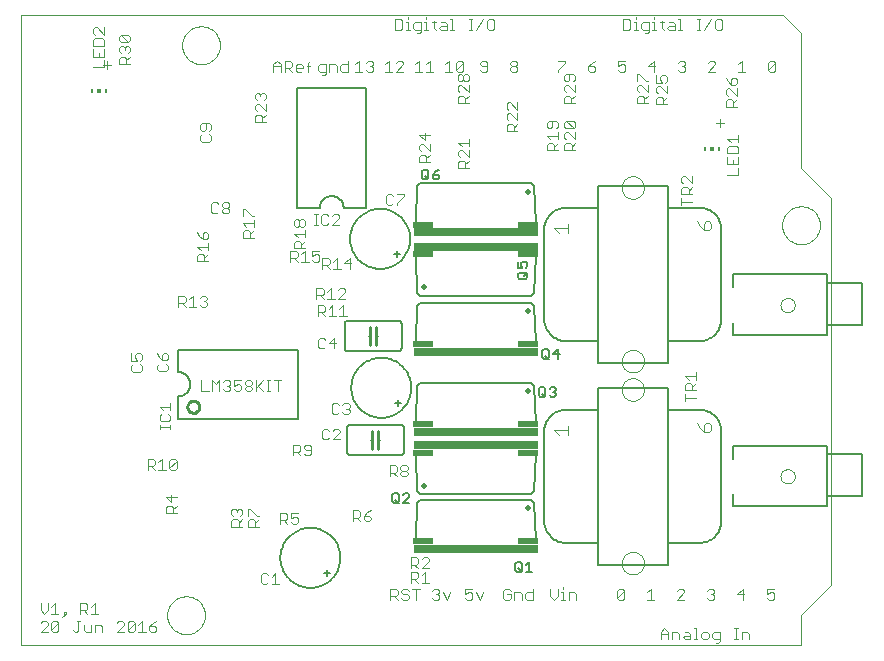
<source format=gto>
G75*
%MOIN*%
%OFA0B0*%
%FSLAX24Y24*%
%IPPOS*%
%LPD*%
%AMOC8*
5,1,8,0,0,1.08239X$1,22.5*
%
%ADD10C,0.0040*%
%ADD11C,0.0060*%
%ADD12C,0.0100*%
%ADD13C,0.0080*%
%ADD14C,0.0200*%
%ADD15R,0.4173X0.0276*%
%ADD16R,0.0669X0.0236*%
%ADD17C,0.0070*%
%ADD18C,0.0030*%
%ADD19C,0.0050*%
%ADD20C,0.0000*%
%ADD21R,0.0059X0.0118*%
%ADD22R,0.0118X0.0118*%
D10*
X003350Y000953D02*
X003586Y001189D01*
X003586Y001248D01*
X003527Y001307D01*
X003409Y001307D01*
X003350Y001248D01*
X003350Y000953D02*
X003586Y000953D01*
X003712Y001012D02*
X003948Y001248D01*
X003948Y001012D01*
X003889Y000953D01*
X003771Y000953D01*
X003712Y001012D01*
X003712Y001248D01*
X003771Y001307D01*
X003889Y001307D01*
X003948Y001248D01*
X004075Y001426D02*
X004193Y001544D01*
X004134Y001544D01*
X004134Y001603D01*
X004193Y001603D01*
X004193Y001544D01*
X003948Y001544D02*
X003712Y001544D01*
X003830Y001544D02*
X003830Y001898D01*
X003712Y001780D01*
X003586Y001662D02*
X003586Y001898D01*
X003350Y001898D02*
X003350Y001662D01*
X003468Y001544D01*
X003586Y001662D01*
X004555Y001307D02*
X004673Y001307D01*
X004614Y001307D02*
X004614Y001012D01*
X004555Y000953D01*
X004496Y000953D01*
X004437Y001012D01*
X004800Y001012D02*
X004800Y001189D01*
X004800Y001012D02*
X004859Y000953D01*
X005036Y000953D01*
X005036Y001189D01*
X005162Y001189D02*
X005339Y001189D01*
X005398Y001130D01*
X005398Y000953D01*
X005162Y000953D02*
X005162Y001189D01*
X005160Y001544D02*
X005160Y001898D01*
X005042Y001780D01*
X004915Y001839D02*
X004915Y001721D01*
X004856Y001662D01*
X004679Y001662D01*
X004797Y001662D02*
X004915Y001544D01*
X005042Y001544D02*
X005278Y001544D01*
X004915Y001839D02*
X004856Y001898D01*
X004679Y001898D01*
X004679Y001544D01*
X005888Y001248D02*
X005947Y001307D01*
X006065Y001307D01*
X006124Y001248D01*
X006124Y001189D01*
X005888Y000953D01*
X006124Y000953D01*
X006250Y001012D02*
X006250Y001248D01*
X006309Y001307D01*
X006427Y001307D01*
X006486Y001248D01*
X006250Y001012D01*
X006309Y000953D01*
X006427Y000953D01*
X006486Y001012D01*
X006486Y001248D01*
X006613Y001189D02*
X006731Y001307D01*
X006731Y000953D01*
X006613Y000953D02*
X006849Y000953D01*
X006975Y001012D02*
X007034Y000953D01*
X007152Y000953D01*
X007211Y001012D01*
X007211Y001071D01*
X007152Y001130D01*
X006975Y001130D01*
X006975Y001012D01*
X006975Y001130D02*
X007093Y001248D01*
X007211Y001307D01*
X010691Y002599D02*
X010750Y002540D01*
X010868Y002540D01*
X010927Y002599D01*
X011053Y002540D02*
X011289Y002540D01*
X011171Y002540D02*
X011171Y002894D01*
X011053Y002776D01*
X010927Y002835D02*
X010868Y002894D01*
X010750Y002894D01*
X010691Y002835D01*
X010691Y002599D01*
X012783Y007361D02*
X012901Y007361D01*
X012960Y007420D01*
X013086Y007361D02*
X013322Y007597D01*
X013322Y007656D01*
X013263Y007715D01*
X013145Y007715D01*
X013086Y007656D01*
X012960Y007656D02*
X012901Y007715D01*
X012783Y007715D01*
X012724Y007656D01*
X012724Y007420D01*
X012783Y007361D01*
X013086Y007361D02*
X013322Y007361D01*
X013230Y008209D02*
X013289Y008268D01*
X013230Y008209D02*
X013112Y008209D01*
X013053Y008268D01*
X013053Y008504D01*
X013112Y008563D01*
X013230Y008563D01*
X013289Y008504D01*
X013415Y008504D02*
X013474Y008563D01*
X013592Y008563D01*
X013651Y008504D01*
X013651Y008445D01*
X013592Y008386D01*
X013651Y008327D01*
X013651Y008268D01*
X013592Y008209D01*
X013474Y008209D01*
X013415Y008268D01*
X013533Y008386D02*
X013592Y008386D01*
X011249Y008971D02*
X011249Y009325D01*
X011131Y009325D02*
X011367Y009325D01*
X011007Y009325D02*
X010889Y009325D01*
X010948Y009325D02*
X010948Y008971D01*
X010889Y008971D02*
X011007Y008971D01*
X010763Y008971D02*
X010586Y009148D01*
X010527Y009089D02*
X010763Y009325D01*
X010527Y009325D02*
X010527Y008971D01*
X010400Y009030D02*
X010341Y008971D01*
X010223Y008971D01*
X010164Y009030D01*
X010164Y009089D01*
X010223Y009148D01*
X010341Y009148D01*
X010400Y009089D01*
X010400Y009030D01*
X010341Y009148D02*
X010400Y009207D01*
X010400Y009266D01*
X010341Y009325D01*
X010223Y009325D01*
X010164Y009266D01*
X010164Y009207D01*
X010223Y009148D01*
X010038Y009148D02*
X009979Y009207D01*
X009920Y009207D01*
X009802Y009148D01*
X009802Y009325D01*
X010038Y009325D01*
X010038Y009148D02*
X010038Y009030D01*
X009979Y008971D01*
X009861Y008971D01*
X009802Y009030D01*
X009675Y009030D02*
X009616Y008971D01*
X009498Y008971D01*
X009439Y009030D01*
X009313Y008971D02*
X009313Y009325D01*
X009195Y009207D01*
X009077Y009325D01*
X009077Y008971D01*
X008950Y008971D02*
X008714Y008971D01*
X008714Y009325D01*
X009439Y009266D02*
X009498Y009325D01*
X009616Y009325D01*
X009675Y009266D01*
X009675Y009207D01*
X009616Y009148D01*
X009675Y009089D01*
X009675Y009030D01*
X009616Y009148D02*
X009557Y009148D01*
X007674Y008561D02*
X007674Y008325D01*
X007674Y008443D02*
X007320Y008443D01*
X007438Y008325D01*
X007379Y008198D02*
X007320Y008139D01*
X007320Y008021D01*
X007379Y007962D01*
X007615Y007962D01*
X007674Y008021D01*
X007674Y008139D01*
X007615Y008198D01*
X007674Y007839D02*
X007674Y007721D01*
X007674Y007780D02*
X007320Y007780D01*
X007320Y007721D02*
X007320Y007839D01*
X012606Y010451D02*
X012665Y010392D01*
X012783Y010392D01*
X012842Y010451D01*
X012968Y010569D02*
X013204Y010569D01*
X013145Y010392D02*
X013145Y010746D01*
X012968Y010569D01*
X012842Y010687D02*
X012783Y010746D01*
X012665Y010746D01*
X012606Y010687D01*
X012606Y010451D01*
X012588Y014522D02*
X012470Y014522D01*
X012529Y014522D02*
X012529Y014876D01*
X012470Y014876D02*
X012588Y014876D01*
X012712Y014817D02*
X012712Y014581D01*
X012771Y014522D01*
X012889Y014522D01*
X012948Y014581D01*
X013074Y014522D02*
X013310Y014758D01*
X013310Y014817D01*
X013251Y014876D01*
X013133Y014876D01*
X013074Y014817D01*
X012948Y014817D02*
X012889Y014876D01*
X012771Y014876D01*
X012712Y014817D01*
X013074Y014522D02*
X013310Y014522D01*
X014864Y015236D02*
X014923Y015177D01*
X015041Y015177D01*
X015100Y015236D01*
X015226Y015236D02*
X015226Y015177D01*
X015226Y015236D02*
X015462Y015472D01*
X015462Y015531D01*
X015226Y015531D01*
X015100Y015472D02*
X015041Y015531D01*
X014923Y015531D01*
X014864Y015472D01*
X014864Y015236D01*
X020473Y014403D02*
X020627Y014249D01*
X020473Y014403D02*
X020934Y014403D01*
X020934Y014556D02*
X020934Y014249D01*
X025241Y014635D02*
X025318Y014482D01*
X025471Y014328D01*
X025471Y014558D01*
X025548Y014635D01*
X025625Y014635D01*
X025702Y014558D01*
X025702Y014405D01*
X025625Y014328D01*
X025471Y014328D01*
X025548Y007903D02*
X025471Y007826D01*
X025471Y007596D01*
X025625Y007596D01*
X025702Y007673D01*
X025702Y007826D01*
X025625Y007903D01*
X025548Y007903D01*
X025318Y007749D02*
X025471Y007596D01*
X025318Y007749D02*
X025241Y007903D01*
X020934Y007824D02*
X020934Y007517D01*
X020934Y007671D02*
X020473Y007671D01*
X020627Y007517D01*
D11*
X015461Y007750D02*
X015461Y006950D01*
X015459Y006933D01*
X015455Y006916D01*
X015448Y006900D01*
X015438Y006886D01*
X015425Y006873D01*
X015411Y006863D01*
X015395Y006856D01*
X015378Y006852D01*
X015361Y006850D01*
X013661Y006850D01*
X013644Y006852D01*
X013627Y006856D01*
X013611Y006863D01*
X013597Y006873D01*
X013584Y006886D01*
X013574Y006900D01*
X013567Y006916D01*
X013563Y006933D01*
X013561Y006950D01*
X013561Y007750D01*
X013563Y007767D01*
X013567Y007784D01*
X013574Y007800D01*
X013584Y007814D01*
X013597Y007827D01*
X013611Y007837D01*
X013627Y007844D01*
X013644Y007848D01*
X013661Y007850D01*
X015361Y007850D01*
X015378Y007848D01*
X015395Y007844D01*
X015411Y007837D01*
X015425Y007827D01*
X015438Y007814D01*
X015448Y007800D01*
X015455Y007784D01*
X015459Y007767D01*
X015461Y007750D01*
X015258Y008483D02*
X015258Y008583D01*
X015158Y008583D01*
X015258Y008583D02*
X015258Y008683D01*
X015258Y008583D02*
X015358Y008583D01*
X013708Y009083D02*
X013710Y009146D01*
X013716Y009208D01*
X013726Y009270D01*
X013739Y009332D01*
X013757Y009392D01*
X013778Y009451D01*
X013803Y009509D01*
X013832Y009565D01*
X013864Y009619D01*
X013899Y009671D01*
X013937Y009720D01*
X013979Y009768D01*
X014023Y009812D01*
X014071Y009854D01*
X014120Y009892D01*
X014172Y009927D01*
X014226Y009959D01*
X014282Y009988D01*
X014340Y010013D01*
X014399Y010034D01*
X014459Y010052D01*
X014521Y010065D01*
X014583Y010075D01*
X014645Y010081D01*
X014708Y010083D01*
X014771Y010081D01*
X014833Y010075D01*
X014895Y010065D01*
X014957Y010052D01*
X015017Y010034D01*
X015076Y010013D01*
X015134Y009988D01*
X015190Y009959D01*
X015244Y009927D01*
X015296Y009892D01*
X015345Y009854D01*
X015393Y009812D01*
X015437Y009768D01*
X015479Y009720D01*
X015517Y009671D01*
X015552Y009619D01*
X015584Y009565D01*
X015613Y009509D01*
X015638Y009451D01*
X015659Y009392D01*
X015677Y009332D01*
X015690Y009270D01*
X015700Y009208D01*
X015706Y009146D01*
X015708Y009083D01*
X015706Y009020D01*
X015700Y008958D01*
X015690Y008896D01*
X015677Y008834D01*
X015659Y008774D01*
X015638Y008715D01*
X015613Y008657D01*
X015584Y008601D01*
X015552Y008547D01*
X015517Y008495D01*
X015479Y008446D01*
X015437Y008398D01*
X015393Y008354D01*
X015345Y008312D01*
X015296Y008274D01*
X015244Y008239D01*
X015190Y008207D01*
X015134Y008178D01*
X015076Y008153D01*
X015017Y008132D01*
X014957Y008114D01*
X014895Y008101D01*
X014833Y008091D01*
X014771Y008085D01*
X014708Y008083D01*
X014645Y008085D01*
X014583Y008091D01*
X014521Y008101D01*
X014459Y008114D01*
X014399Y008132D01*
X014340Y008153D01*
X014282Y008178D01*
X014226Y008207D01*
X014172Y008239D01*
X014120Y008274D01*
X014071Y008312D01*
X014023Y008354D01*
X013979Y008398D01*
X013937Y008446D01*
X013899Y008495D01*
X013864Y008547D01*
X013832Y008601D01*
X013803Y008657D01*
X013778Y008715D01*
X013757Y008774D01*
X013739Y008834D01*
X013726Y008896D01*
X013716Y008958D01*
X013710Y009020D01*
X013708Y009083D01*
X013582Y010315D02*
X015282Y010315D01*
X015299Y010317D01*
X015316Y010321D01*
X015332Y010328D01*
X015346Y010338D01*
X015359Y010351D01*
X015369Y010365D01*
X015376Y010381D01*
X015380Y010398D01*
X015382Y010415D01*
X015382Y011215D01*
X015380Y011232D01*
X015376Y011249D01*
X015369Y011265D01*
X015359Y011279D01*
X015346Y011292D01*
X015332Y011302D01*
X015316Y011309D01*
X015299Y011313D01*
X015282Y011315D01*
X013582Y011315D01*
X013565Y011313D01*
X013548Y011309D01*
X013532Y011302D01*
X013518Y011292D01*
X013505Y011279D01*
X013495Y011265D01*
X013488Y011249D01*
X013484Y011232D01*
X013482Y011215D01*
X013482Y010415D01*
X013484Y010398D01*
X013488Y010381D01*
X013495Y010365D01*
X013505Y010351D01*
X013518Y010338D01*
X013532Y010328D01*
X013548Y010321D01*
X013565Y010317D01*
X013582Y010315D01*
X014282Y010815D02*
X014332Y010815D01*
X014532Y010815D02*
X014582Y010815D01*
X015219Y013443D02*
X015219Y013543D01*
X015119Y013543D01*
X015219Y013543D02*
X015219Y013643D01*
X015219Y013543D02*
X015319Y013543D01*
X013669Y014043D02*
X013671Y014106D01*
X013677Y014168D01*
X013687Y014230D01*
X013700Y014292D01*
X013718Y014352D01*
X013739Y014411D01*
X013764Y014469D01*
X013793Y014525D01*
X013825Y014579D01*
X013860Y014631D01*
X013898Y014680D01*
X013940Y014728D01*
X013984Y014772D01*
X014032Y014814D01*
X014081Y014852D01*
X014133Y014887D01*
X014187Y014919D01*
X014243Y014948D01*
X014301Y014973D01*
X014360Y014994D01*
X014420Y015012D01*
X014482Y015025D01*
X014544Y015035D01*
X014606Y015041D01*
X014669Y015043D01*
X014732Y015041D01*
X014794Y015035D01*
X014856Y015025D01*
X014918Y015012D01*
X014978Y014994D01*
X015037Y014973D01*
X015095Y014948D01*
X015151Y014919D01*
X015205Y014887D01*
X015257Y014852D01*
X015306Y014814D01*
X015354Y014772D01*
X015398Y014728D01*
X015440Y014680D01*
X015478Y014631D01*
X015513Y014579D01*
X015545Y014525D01*
X015574Y014469D01*
X015599Y014411D01*
X015620Y014352D01*
X015638Y014292D01*
X015651Y014230D01*
X015661Y014168D01*
X015667Y014106D01*
X015669Y014043D01*
X015667Y013980D01*
X015661Y013918D01*
X015651Y013856D01*
X015638Y013794D01*
X015620Y013734D01*
X015599Y013675D01*
X015574Y013617D01*
X015545Y013561D01*
X015513Y013507D01*
X015478Y013455D01*
X015440Y013406D01*
X015398Y013358D01*
X015354Y013314D01*
X015306Y013272D01*
X015257Y013234D01*
X015205Y013199D01*
X015151Y013167D01*
X015095Y013138D01*
X015037Y013113D01*
X014978Y013092D01*
X014918Y013074D01*
X014856Y013061D01*
X014794Y013051D01*
X014732Y013045D01*
X014669Y013043D01*
X014606Y013045D01*
X014544Y013051D01*
X014482Y013061D01*
X014420Y013074D01*
X014360Y013092D01*
X014301Y013113D01*
X014243Y013138D01*
X014187Y013167D01*
X014133Y013199D01*
X014081Y013234D01*
X014032Y013272D01*
X013984Y013314D01*
X013940Y013358D01*
X013898Y013406D01*
X013860Y013455D01*
X013825Y013507D01*
X013793Y013561D01*
X013764Y013617D01*
X013739Y013675D01*
X013718Y013734D01*
X013700Y013794D01*
X013687Y013856D01*
X013677Y013918D01*
X013671Y013980D01*
X013669Y014043D01*
X013454Y015075D02*
X014204Y015075D01*
X014204Y019075D01*
X011904Y019075D01*
X011904Y015075D01*
X012654Y015075D01*
X012656Y015114D01*
X012662Y015153D01*
X012671Y015191D01*
X012684Y015228D01*
X012701Y015264D01*
X012721Y015297D01*
X012745Y015329D01*
X012771Y015358D01*
X012800Y015384D01*
X012832Y015408D01*
X012865Y015428D01*
X012901Y015445D01*
X012938Y015458D01*
X012976Y015467D01*
X013015Y015473D01*
X013054Y015475D01*
X013093Y015473D01*
X013132Y015467D01*
X013170Y015458D01*
X013207Y015445D01*
X013243Y015428D01*
X013276Y015408D01*
X013308Y015384D01*
X013337Y015358D01*
X013363Y015329D01*
X013387Y015297D01*
X013407Y015264D01*
X013424Y015228D01*
X013437Y015191D01*
X013446Y015153D01*
X013452Y015114D01*
X013454Y015075D01*
X014361Y007350D02*
X014411Y007350D01*
X014611Y007350D02*
X014661Y007350D01*
X011346Y003413D02*
X011348Y003476D01*
X011354Y003538D01*
X011364Y003600D01*
X011377Y003662D01*
X011395Y003722D01*
X011416Y003781D01*
X011441Y003839D01*
X011470Y003895D01*
X011502Y003949D01*
X011537Y004001D01*
X011575Y004050D01*
X011617Y004098D01*
X011661Y004142D01*
X011709Y004184D01*
X011758Y004222D01*
X011810Y004257D01*
X011864Y004289D01*
X011920Y004318D01*
X011978Y004343D01*
X012037Y004364D01*
X012097Y004382D01*
X012159Y004395D01*
X012221Y004405D01*
X012283Y004411D01*
X012346Y004413D01*
X012409Y004411D01*
X012471Y004405D01*
X012533Y004395D01*
X012595Y004382D01*
X012655Y004364D01*
X012714Y004343D01*
X012772Y004318D01*
X012828Y004289D01*
X012882Y004257D01*
X012934Y004222D01*
X012983Y004184D01*
X013031Y004142D01*
X013075Y004098D01*
X013117Y004050D01*
X013155Y004001D01*
X013190Y003949D01*
X013222Y003895D01*
X013251Y003839D01*
X013276Y003781D01*
X013297Y003722D01*
X013315Y003662D01*
X013328Y003600D01*
X013338Y003538D01*
X013344Y003476D01*
X013346Y003413D01*
X013344Y003350D01*
X013338Y003288D01*
X013328Y003226D01*
X013315Y003164D01*
X013297Y003104D01*
X013276Y003045D01*
X013251Y002987D01*
X013222Y002931D01*
X013190Y002877D01*
X013155Y002825D01*
X013117Y002776D01*
X013075Y002728D01*
X013031Y002684D01*
X012983Y002642D01*
X012934Y002604D01*
X012882Y002569D01*
X012828Y002537D01*
X012772Y002508D01*
X012714Y002483D01*
X012655Y002462D01*
X012595Y002444D01*
X012533Y002431D01*
X012471Y002421D01*
X012409Y002415D01*
X012346Y002413D01*
X012283Y002415D01*
X012221Y002421D01*
X012159Y002431D01*
X012097Y002444D01*
X012037Y002462D01*
X011978Y002483D01*
X011920Y002508D01*
X011864Y002537D01*
X011810Y002569D01*
X011758Y002604D01*
X011709Y002642D01*
X011661Y002684D01*
X011617Y002728D01*
X011575Y002776D01*
X011537Y002825D01*
X011502Y002877D01*
X011470Y002931D01*
X011441Y002987D01*
X011416Y003045D01*
X011395Y003104D01*
X011377Y003164D01*
X011364Y003226D01*
X011354Y003288D01*
X011348Y003350D01*
X011346Y003413D01*
X012796Y002913D02*
X012896Y002913D01*
X012896Y002813D01*
X012896Y002913D02*
X012896Y003013D01*
X012896Y002913D02*
X012996Y002913D01*
D12*
X014411Y007050D02*
X014411Y007350D01*
X014411Y007650D01*
X014611Y007650D02*
X014611Y007350D01*
X014611Y007050D01*
X014532Y010515D02*
X014532Y010815D01*
X014532Y011115D01*
X014332Y011115D02*
X014332Y010815D01*
X014332Y010515D01*
X008244Y008451D02*
X008246Y008479D01*
X008252Y008506D01*
X008261Y008532D01*
X008274Y008557D01*
X008291Y008580D01*
X008310Y008600D01*
X008332Y008617D01*
X008356Y008631D01*
X008382Y008641D01*
X008409Y008648D01*
X008437Y008651D01*
X008465Y008650D01*
X008492Y008645D01*
X008519Y008636D01*
X008544Y008624D01*
X008567Y008609D01*
X008588Y008590D01*
X008606Y008569D01*
X008621Y008545D01*
X008632Y008519D01*
X008640Y008493D01*
X008644Y008465D01*
X008644Y008437D01*
X008640Y008409D01*
X008632Y008383D01*
X008621Y008357D01*
X008606Y008333D01*
X008588Y008312D01*
X008567Y008293D01*
X008544Y008278D01*
X008519Y008266D01*
X008492Y008257D01*
X008465Y008252D01*
X008437Y008251D01*
X008409Y008254D01*
X008382Y008261D01*
X008356Y008271D01*
X008332Y008285D01*
X008310Y008302D01*
X008291Y008322D01*
X008274Y008345D01*
X008261Y008370D01*
X008252Y008396D01*
X008246Y008423D01*
X008244Y008451D01*
D13*
X007944Y008801D02*
X007944Y008051D01*
X011944Y008051D01*
X011944Y010351D01*
X007944Y010351D01*
X007944Y009601D01*
X007983Y009599D01*
X008022Y009593D01*
X008060Y009584D01*
X008097Y009571D01*
X008133Y009554D01*
X008166Y009534D01*
X008198Y009510D01*
X008227Y009484D01*
X008253Y009455D01*
X008277Y009423D01*
X008297Y009390D01*
X008314Y009354D01*
X008327Y009317D01*
X008336Y009279D01*
X008342Y009240D01*
X008344Y009201D01*
X008342Y009162D01*
X008336Y009123D01*
X008327Y009085D01*
X008314Y009048D01*
X008297Y009012D01*
X008277Y008979D01*
X008253Y008947D01*
X008227Y008918D01*
X008198Y008892D01*
X008166Y008868D01*
X008133Y008848D01*
X008097Y008831D01*
X008060Y008818D01*
X008022Y008809D01*
X007983Y008803D01*
X007944Y008801D01*
X015857Y007919D02*
X015907Y009147D01*
X016007Y009247D01*
X019707Y009247D01*
X019807Y009147D01*
X019857Y007919D01*
X019857Y006861D02*
X019807Y005632D01*
X019707Y005532D01*
X016007Y005532D01*
X015907Y005632D01*
X015857Y006861D01*
X016007Y005350D02*
X019707Y005350D01*
X019807Y005250D01*
X019857Y004021D01*
X015857Y004021D02*
X015907Y005250D01*
X016007Y005350D01*
X015857Y010596D02*
X015907Y011824D01*
X016007Y011924D01*
X019707Y011924D01*
X019807Y011824D01*
X019857Y010596D01*
X019707Y012146D02*
X016007Y012146D01*
X015907Y012246D01*
X015857Y013475D01*
X015857Y014572D02*
X015907Y015801D01*
X016007Y015901D01*
X019707Y015901D01*
X019807Y015801D01*
X019857Y014572D01*
X019857Y013475D02*
X019807Y012246D01*
X019707Y012146D01*
D14*
X019588Y011645D03*
X016127Y012426D03*
X019588Y015621D03*
X019588Y008968D03*
X016127Y005812D03*
X019588Y005070D03*
D15*
X017857Y003709D03*
X017857Y007173D03*
X017857Y007606D03*
X017857Y010283D03*
X017857Y013787D03*
X017857Y014260D03*
D16*
X016106Y014516D03*
X016106Y013531D03*
X019609Y013531D03*
X019609Y014516D03*
X019609Y010539D03*
X016106Y010539D03*
X016106Y007862D03*
X016106Y006917D03*
X019609Y006917D03*
X019609Y007862D03*
X019609Y003965D03*
X016106Y003965D03*
D17*
X015644Y005242D02*
X015428Y005242D01*
X015644Y005458D01*
X015644Y005512D01*
X015590Y005566D01*
X015482Y005566D01*
X015428Y005512D01*
X015282Y005512D02*
X015282Y005296D01*
X015228Y005242D01*
X015120Y005242D01*
X015066Y005296D01*
X015066Y005512D01*
X015120Y005566D01*
X015228Y005566D01*
X015282Y005512D01*
X015174Y005350D02*
X015282Y005242D01*
X019167Y003224D02*
X019167Y003008D01*
X019221Y002954D01*
X019329Y002954D01*
X019383Y003008D01*
X019383Y003224D01*
X019329Y003278D01*
X019221Y003278D01*
X019167Y003224D01*
X019275Y003062D02*
X019383Y002954D01*
X019530Y002954D02*
X019746Y002954D01*
X019638Y002954D02*
X019638Y003278D01*
X019530Y003170D01*
X020009Y008781D02*
X019955Y008835D01*
X019955Y009051D01*
X020009Y009105D01*
X020117Y009105D01*
X020171Y009051D01*
X020171Y008835D01*
X020117Y008781D01*
X020009Y008781D01*
X020063Y008889D02*
X020171Y008781D01*
X020317Y008835D02*
X020371Y008781D01*
X020479Y008781D01*
X020533Y008835D01*
X020533Y008889D01*
X020479Y008943D01*
X020425Y008943D01*
X020479Y008943D02*
X020533Y008997D01*
X020533Y009051D01*
X020479Y009105D01*
X020371Y009105D01*
X020317Y009051D01*
X020289Y010041D02*
X020181Y010149D01*
X020289Y010095D02*
X020235Y010041D01*
X020127Y010041D01*
X020073Y010095D01*
X020073Y010311D01*
X020127Y010365D01*
X020235Y010365D01*
X020289Y010311D01*
X020289Y010095D01*
X020435Y010203D02*
X020597Y010365D01*
X020597Y010041D01*
X020651Y010203D02*
X020435Y010203D01*
X019519Y012708D02*
X019303Y012708D01*
X019249Y012762D01*
X019249Y012870D01*
X019303Y012924D01*
X019519Y012924D01*
X019573Y012870D01*
X019573Y012762D01*
X019519Y012708D01*
X019465Y012816D02*
X019573Y012924D01*
X019519Y013071D02*
X019573Y013125D01*
X019573Y013233D01*
X019519Y013287D01*
X019411Y013287D01*
X019357Y013233D01*
X019357Y013179D01*
X019411Y013071D01*
X019249Y013071D01*
X019249Y013287D01*
X016582Y016025D02*
X016636Y016079D01*
X016636Y016133D01*
X016582Y016187D01*
X016420Y016187D01*
X016420Y016079D01*
X016474Y016025D01*
X016582Y016025D01*
X016420Y016187D02*
X016528Y016295D01*
X016636Y016349D01*
X016273Y016295D02*
X016273Y016079D01*
X016219Y016025D01*
X016111Y016025D01*
X016057Y016079D01*
X016057Y016295D01*
X016111Y016349D01*
X016219Y016349D01*
X016273Y016295D01*
X016165Y016133D02*
X016273Y016025D01*
D18*
X016213Y016607D02*
X016213Y016789D01*
X016153Y016849D01*
X016031Y016849D01*
X015971Y016789D01*
X015971Y016607D01*
X016335Y016607D01*
X016213Y016728D02*
X016335Y016849D01*
X016335Y016969D02*
X016092Y017212D01*
X016031Y017212D01*
X015971Y017151D01*
X015971Y017030D01*
X016031Y016969D01*
X016335Y016969D02*
X016335Y017212D01*
X016153Y017332D02*
X016153Y017574D01*
X016335Y017514D02*
X015971Y017514D01*
X016153Y017332D01*
X017270Y017256D02*
X017634Y017256D01*
X017634Y017135D02*
X017634Y017377D01*
X017391Y017135D02*
X017270Y017256D01*
X017330Y017015D02*
X017270Y016954D01*
X017270Y016833D01*
X017330Y016772D01*
X017330Y016652D02*
X017452Y016652D01*
X017512Y016592D01*
X017512Y016410D01*
X017512Y016531D02*
X017634Y016652D01*
X017634Y016772D02*
X017391Y017015D01*
X017330Y017015D01*
X017634Y017015D02*
X017634Y016772D01*
X017330Y016652D02*
X017270Y016592D01*
X017270Y016410D01*
X017634Y016410D01*
X018884Y017630D02*
X018884Y017812D01*
X018945Y017873D01*
X019066Y017873D01*
X019127Y017812D01*
X019127Y017630D01*
X019248Y017630D02*
X018884Y017630D01*
X019127Y017752D02*
X019248Y017873D01*
X019248Y017993D02*
X019005Y018235D01*
X018945Y018235D01*
X018884Y018175D01*
X018884Y018053D01*
X018945Y017993D01*
X019248Y017993D02*
X019248Y018235D01*
X019248Y018355D02*
X019005Y018598D01*
X018945Y018598D01*
X018884Y018537D01*
X018884Y018416D01*
X018945Y018355D01*
X019248Y018355D02*
X019248Y018598D01*
X020223Y017907D02*
X020223Y017786D01*
X020283Y017725D01*
X020344Y017725D01*
X020405Y017786D01*
X020405Y017968D01*
X020526Y017968D02*
X020283Y017968D01*
X020223Y017907D01*
X020526Y017968D02*
X020587Y017907D01*
X020587Y017786D01*
X020526Y017725D01*
X020587Y017605D02*
X020587Y017363D01*
X020587Y017243D02*
X020465Y017122D01*
X020465Y017182D02*
X020465Y017000D01*
X020587Y017000D02*
X020223Y017000D01*
X020223Y017182D01*
X020283Y017243D01*
X020405Y017243D01*
X020465Y017182D01*
X020344Y017363D02*
X020223Y017484D01*
X020587Y017484D01*
X020813Y017423D02*
X020874Y017363D01*
X020813Y017423D02*
X020813Y017545D01*
X020874Y017605D01*
X020934Y017605D01*
X021177Y017363D01*
X021177Y017605D01*
X021116Y017725D02*
X020874Y017725D01*
X020813Y017786D01*
X020813Y017907D01*
X020874Y017968D01*
X021116Y017725D01*
X021177Y017786D01*
X021177Y017907D01*
X021116Y017968D01*
X020874Y017968D01*
X020797Y018572D02*
X020797Y018754D01*
X020858Y018815D01*
X020979Y018815D01*
X021040Y018754D01*
X021040Y018572D01*
X021161Y018572D02*
X020797Y018572D01*
X021040Y018693D02*
X021161Y018815D01*
X021161Y018935D02*
X020919Y019177D01*
X020858Y019177D01*
X020797Y019117D01*
X020797Y018995D01*
X020858Y018935D01*
X021161Y018935D02*
X021161Y019177D01*
X021101Y019297D02*
X021161Y019358D01*
X021161Y019479D01*
X021101Y019540D01*
X020858Y019540D01*
X020797Y019479D01*
X020797Y019358D01*
X020858Y019297D01*
X020919Y019297D01*
X020979Y019358D01*
X020979Y019540D01*
X020597Y019615D02*
X020597Y019677D01*
X020844Y019924D01*
X020844Y019985D01*
X020597Y019985D01*
X021597Y019800D02*
X021782Y019800D01*
X021844Y019738D01*
X021844Y019677D01*
X021782Y019615D01*
X021658Y019615D01*
X021597Y019677D01*
X021597Y019800D01*
X021720Y019924D01*
X021844Y019985D01*
X022597Y019985D02*
X022597Y019800D01*
X022720Y019862D01*
X022782Y019862D01*
X022844Y019800D01*
X022844Y019677D01*
X022782Y019615D01*
X022658Y019615D01*
X022597Y019677D01*
X022597Y019985D02*
X022844Y019985D01*
X023238Y019540D02*
X023299Y019540D01*
X023542Y019297D01*
X023602Y019297D01*
X023602Y019177D02*
X023602Y018935D01*
X023360Y019177D01*
X023299Y019177D01*
X023238Y019117D01*
X023238Y018995D01*
X023299Y018935D01*
X023299Y018815D02*
X023420Y018815D01*
X023481Y018754D01*
X023481Y018572D01*
X023602Y018572D02*
X023238Y018572D01*
X023238Y018754D01*
X023299Y018815D01*
X023481Y018693D02*
X023602Y018815D01*
X023868Y018715D02*
X023929Y018775D01*
X024050Y018775D01*
X024111Y018715D01*
X024111Y018533D01*
X024111Y018654D02*
X024232Y018775D01*
X024232Y018895D02*
X023990Y019138D01*
X023929Y019138D01*
X023868Y019077D01*
X023868Y018956D01*
X023929Y018895D01*
X023868Y018715D02*
X023868Y018533D01*
X024232Y018533D01*
X024232Y018895D02*
X024232Y019138D01*
X024172Y019258D02*
X024232Y019318D01*
X024232Y019440D01*
X024172Y019500D01*
X024050Y019500D01*
X023990Y019440D01*
X023990Y019379D01*
X024050Y019258D01*
X023868Y019258D01*
X023868Y019500D01*
X023782Y019615D02*
X023782Y019985D01*
X023597Y019800D01*
X023844Y019800D01*
X023238Y019540D02*
X023238Y019297D01*
X024597Y019677D02*
X024658Y019615D01*
X024782Y019615D01*
X024844Y019677D01*
X024844Y019738D01*
X024782Y019800D01*
X024720Y019800D01*
X024782Y019800D02*
X024844Y019862D01*
X024844Y019924D01*
X024782Y019985D01*
X024658Y019985D01*
X024597Y019924D01*
X025597Y019924D02*
X025658Y019985D01*
X025782Y019985D01*
X025844Y019924D01*
X025844Y019862D01*
X025597Y019615D01*
X025844Y019615D01*
X026191Y019422D02*
X026252Y019300D01*
X026373Y019179D01*
X026373Y019361D01*
X026434Y019422D01*
X026494Y019422D01*
X026555Y019361D01*
X026555Y019240D01*
X026494Y019179D01*
X026373Y019179D01*
X026312Y019059D02*
X026252Y019059D01*
X026191Y018998D01*
X026191Y018877D01*
X026252Y018816D01*
X026252Y018697D02*
X026191Y018636D01*
X026191Y018454D01*
X026555Y018454D01*
X026434Y018454D02*
X026434Y018636D01*
X026373Y018697D01*
X026252Y018697D01*
X026434Y018575D02*
X026555Y018697D01*
X026555Y018816D02*
X026312Y019059D01*
X026555Y019059D02*
X026555Y018816D01*
X026597Y019615D02*
X026844Y019615D01*
X026720Y019615D02*
X026720Y019985D01*
X026597Y019862D01*
X027597Y019924D02*
X027597Y019677D01*
X027844Y019924D01*
X027844Y019677D01*
X027782Y019615D01*
X027658Y019615D01*
X027597Y019677D01*
X027597Y019924D02*
X027658Y019985D01*
X027782Y019985D01*
X027844Y019924D01*
X026081Y021077D02*
X026081Y021324D01*
X026019Y021385D01*
X025896Y021385D01*
X025834Y021324D01*
X025834Y021077D01*
X025896Y021015D01*
X026019Y021015D01*
X026081Y021077D01*
X025713Y021385D02*
X025466Y021015D01*
X025344Y021015D02*
X025220Y021015D01*
X025282Y021015D02*
X025282Y021385D01*
X025220Y021385D02*
X025344Y021385D01*
X024730Y021015D02*
X024607Y021015D01*
X024668Y021015D02*
X024668Y021385D01*
X024607Y021385D01*
X024423Y021262D02*
X024485Y021200D01*
X024485Y021015D01*
X024300Y021015D01*
X024238Y021077D01*
X024300Y021138D01*
X024485Y021138D01*
X024423Y021262D02*
X024300Y021262D01*
X024116Y021262D02*
X023993Y021262D01*
X024054Y021324D02*
X024054Y021077D01*
X024116Y021015D01*
X023871Y021015D02*
X023747Y021015D01*
X023809Y021015D02*
X023809Y021262D01*
X023747Y021262D01*
X023626Y021262D02*
X023441Y021262D01*
X023379Y021200D01*
X023379Y021077D01*
X023441Y021015D01*
X023626Y021015D01*
X023626Y020953D02*
X023626Y021262D01*
X023809Y021385D02*
X023809Y021447D01*
X023626Y020953D02*
X023564Y020892D01*
X023502Y020892D01*
X023257Y021015D02*
X023133Y021015D01*
X023195Y021015D02*
X023195Y021262D01*
X023133Y021262D01*
X023012Y021324D02*
X022950Y021385D01*
X022765Y021385D01*
X022765Y021015D01*
X022950Y021015D01*
X023012Y021077D01*
X023012Y021324D01*
X023195Y021385D02*
X023195Y021447D01*
X019244Y019924D02*
X019244Y019862D01*
X019182Y019800D01*
X019058Y019800D01*
X018997Y019862D01*
X018997Y019924D01*
X019058Y019985D01*
X019182Y019985D01*
X019244Y019924D01*
X019182Y019800D02*
X019244Y019738D01*
X019244Y019677D01*
X019182Y019615D01*
X019058Y019615D01*
X018997Y019677D01*
X018997Y019738D01*
X019058Y019800D01*
X018244Y019800D02*
X018058Y019800D01*
X017997Y019862D01*
X017997Y019924D01*
X018058Y019985D01*
X018182Y019985D01*
X018244Y019924D01*
X018244Y019677D01*
X018182Y019615D01*
X018058Y019615D01*
X017997Y019677D01*
X017618Y019479D02*
X017618Y019358D01*
X017557Y019297D01*
X017497Y019297D01*
X017436Y019358D01*
X017436Y019479D01*
X017497Y019540D01*
X017557Y019540D01*
X017618Y019479D01*
X017436Y019479D02*
X017375Y019540D01*
X017315Y019540D01*
X017254Y019479D01*
X017254Y019358D01*
X017315Y019297D01*
X017375Y019297D01*
X017436Y019358D01*
X017375Y019177D02*
X017315Y019177D01*
X017254Y019117D01*
X017254Y018995D01*
X017315Y018935D01*
X017315Y018815D02*
X017436Y018815D01*
X017497Y018754D01*
X017497Y018572D01*
X017618Y018572D02*
X017254Y018572D01*
X017254Y018754D01*
X017315Y018815D01*
X017497Y018693D02*
X017618Y018815D01*
X017618Y018935D02*
X017375Y019177D01*
X017618Y019177D02*
X017618Y018935D01*
X017382Y019615D02*
X017258Y019615D01*
X017197Y019677D01*
X017444Y019924D01*
X017444Y019677D01*
X017382Y019615D01*
X017197Y019677D02*
X017197Y019924D01*
X017258Y019985D01*
X017382Y019985D01*
X017444Y019924D01*
X017075Y019615D02*
X016828Y019615D01*
X016952Y019615D02*
X016952Y019985D01*
X016828Y019862D01*
X016444Y019615D02*
X016197Y019615D01*
X016075Y019615D02*
X015828Y019615D01*
X015952Y019615D02*
X015952Y019985D01*
X015828Y019862D01*
X016197Y019862D02*
X016320Y019985D01*
X016320Y019615D01*
X015444Y019615D02*
X015197Y019615D01*
X015444Y019862D01*
X015444Y019924D01*
X015382Y019985D01*
X015258Y019985D01*
X015197Y019924D01*
X014952Y019985D02*
X014952Y019615D01*
X015075Y019615D02*
X014828Y019615D01*
X014828Y019862D02*
X014952Y019985D01*
X014444Y019924D02*
X014444Y019862D01*
X014382Y019800D01*
X014444Y019738D01*
X014444Y019677D01*
X014382Y019615D01*
X014258Y019615D01*
X014197Y019677D01*
X014075Y019615D02*
X013828Y019615D01*
X013952Y019615D02*
X013952Y019985D01*
X013828Y019862D01*
X013594Y019862D02*
X013408Y019862D01*
X013347Y019800D01*
X013347Y019677D01*
X013408Y019615D01*
X013594Y019615D01*
X013594Y019985D01*
X013225Y019800D02*
X013225Y019615D01*
X013225Y019800D02*
X013164Y019862D01*
X012978Y019862D01*
X012978Y019615D01*
X012857Y019615D02*
X012672Y019615D01*
X012610Y019677D01*
X012610Y019800D01*
X012672Y019862D01*
X012857Y019862D01*
X012857Y019553D01*
X012795Y019492D01*
X012733Y019492D01*
X012343Y019800D02*
X012219Y019800D01*
X012098Y019800D02*
X012098Y019738D01*
X011851Y019738D01*
X011851Y019677D02*
X011851Y019800D01*
X011913Y019862D01*
X012036Y019862D01*
X012098Y019800D01*
X012036Y019615D02*
X011913Y019615D01*
X011851Y019677D01*
X011730Y019615D02*
X011606Y019738D01*
X011668Y019738D02*
X011483Y019738D01*
X011483Y019615D02*
X011483Y019985D01*
X011668Y019985D01*
X011730Y019924D01*
X011730Y019800D01*
X011668Y019738D01*
X011361Y019800D02*
X011115Y019800D01*
X011115Y019862D02*
X011115Y019615D01*
X011361Y019615D02*
X011361Y019862D01*
X011238Y019985D01*
X011115Y019862D01*
X012281Y019924D02*
X012281Y019615D01*
X012281Y019924D02*
X012343Y019985D01*
X010862Y018852D02*
X010862Y018731D01*
X010801Y018670D01*
X010862Y018550D02*
X010862Y018308D01*
X010619Y018550D01*
X010559Y018550D01*
X010498Y018490D01*
X010498Y018368D01*
X010559Y018308D01*
X010559Y018188D02*
X010680Y018188D01*
X010741Y018127D01*
X010741Y017945D01*
X010862Y017945D02*
X010498Y017945D01*
X010498Y018127D01*
X010559Y018188D01*
X010741Y018067D02*
X010862Y018188D01*
X010559Y018670D02*
X010498Y018731D01*
X010498Y018852D01*
X010559Y018913D01*
X010619Y018913D01*
X010680Y018852D01*
X010741Y018913D01*
X010801Y018913D01*
X010862Y018852D01*
X010680Y018852D02*
X010680Y018792D01*
X009033Y017831D02*
X008973Y017892D01*
X008730Y017892D01*
X008669Y017831D01*
X008669Y017710D01*
X008730Y017649D01*
X008791Y017649D01*
X008851Y017710D01*
X008851Y017892D01*
X009033Y017831D02*
X009033Y017710D01*
X008973Y017649D01*
X008973Y017529D02*
X009033Y017469D01*
X009033Y017347D01*
X008973Y017287D01*
X008730Y017287D01*
X008669Y017347D01*
X008669Y017469D01*
X008730Y017529D01*
X005692Y019843D02*
X005445Y019843D01*
X005468Y019762D02*
X005468Y020004D01*
X005569Y019967D02*
X005569Y019720D01*
X005468Y019762D02*
X005104Y019762D01*
X005104Y020124D02*
X005468Y020124D01*
X005468Y020367D01*
X005468Y020487D02*
X005468Y020669D01*
X005408Y020729D01*
X005165Y020729D01*
X005104Y020669D01*
X005104Y020487D01*
X005468Y020487D01*
X005286Y020246D02*
X005286Y020124D01*
X005104Y020124D02*
X005104Y020367D01*
X005165Y020849D02*
X005104Y020910D01*
X005104Y021031D01*
X005165Y021092D01*
X005226Y021092D01*
X005468Y020849D01*
X005468Y021092D01*
X005971Y020781D02*
X005971Y020660D01*
X006031Y020599D01*
X006274Y020599D01*
X006031Y020842D01*
X006274Y020842D01*
X006335Y020781D01*
X006335Y020660D01*
X006274Y020599D01*
X006274Y020479D02*
X006335Y020419D01*
X006335Y020297D01*
X006274Y020237D01*
X006335Y020117D02*
X006213Y019996D01*
X006213Y020056D02*
X006213Y019874D01*
X006335Y019874D02*
X005971Y019874D01*
X005971Y020056D01*
X006031Y020117D01*
X006153Y020117D01*
X006213Y020056D01*
X006031Y020237D02*
X005971Y020297D01*
X005971Y020419D01*
X006031Y020479D01*
X006092Y020479D01*
X006153Y020419D01*
X006213Y020479D01*
X006274Y020479D01*
X006153Y020419D02*
X006153Y020358D01*
X005971Y020781D02*
X006031Y020842D01*
X009098Y015259D02*
X009037Y015198D01*
X009037Y014956D01*
X009098Y014895D01*
X009219Y014895D01*
X009280Y014956D01*
X009400Y014956D02*
X009400Y015016D01*
X009460Y015077D01*
X009582Y015077D01*
X009642Y015016D01*
X009642Y014956D01*
X009582Y014895D01*
X009460Y014895D01*
X009400Y014956D01*
X009460Y015077D02*
X009400Y015138D01*
X009400Y015198D01*
X009460Y015259D01*
X009582Y015259D01*
X009642Y015198D01*
X009642Y015138D01*
X009582Y015077D01*
X009280Y015198D02*
X009219Y015259D01*
X009098Y015259D01*
X010089Y015052D02*
X010089Y014809D01*
X010089Y014568D02*
X010453Y014568D01*
X010453Y014689D02*
X010453Y014446D01*
X010453Y014327D02*
X010331Y014205D01*
X010331Y014266D02*
X010331Y014084D01*
X010453Y014084D02*
X010089Y014084D01*
X010089Y014266D01*
X010149Y014327D01*
X010271Y014327D01*
X010331Y014266D01*
X010210Y014446D02*
X010089Y014568D01*
X010392Y014809D02*
X010453Y014809D01*
X010392Y014809D02*
X010149Y015052D01*
X010089Y015052D01*
X008933Y014207D02*
X008933Y014085D01*
X008872Y014025D01*
X008751Y014025D01*
X008751Y014207D01*
X008812Y014267D01*
X008872Y014267D01*
X008933Y014207D01*
X008751Y014025D02*
X008630Y014146D01*
X008569Y014267D01*
X008569Y013783D02*
X008933Y013783D01*
X008933Y013662D02*
X008933Y013905D01*
X008690Y013662D02*
X008569Y013783D01*
X008630Y013542D02*
X008751Y013542D01*
X008812Y013482D01*
X008812Y013300D01*
X008812Y013421D02*
X008933Y013542D01*
X008630Y013542D02*
X008569Y013482D01*
X008569Y013300D01*
X008933Y013300D01*
X008847Y012151D02*
X008908Y012090D01*
X008908Y012029D01*
X008847Y011969D01*
X008908Y011908D01*
X008908Y011847D01*
X008847Y011787D01*
X008726Y011787D01*
X008665Y011847D01*
X008546Y011787D02*
X008303Y011787D01*
X008183Y011787D02*
X008062Y011908D01*
X008122Y011908D02*
X007940Y011908D01*
X007940Y011787D02*
X007940Y012151D01*
X008122Y012151D01*
X008183Y012090D01*
X008183Y011969D01*
X008122Y011908D01*
X008303Y012029D02*
X008424Y012151D01*
X008424Y011787D01*
X008665Y012090D02*
X008726Y012151D01*
X008847Y012151D01*
X008847Y011969D02*
X008787Y011969D01*
X007536Y010238D02*
X007475Y010238D01*
X007414Y010177D01*
X007414Y009995D01*
X007536Y009995D01*
X007596Y010056D01*
X007596Y010177D01*
X007536Y010238D01*
X007293Y010116D02*
X007414Y009995D01*
X007293Y009875D02*
X007232Y009814D01*
X007232Y009693D01*
X007293Y009632D01*
X007536Y009632D01*
X007596Y009693D01*
X007596Y009814D01*
X007536Y009875D01*
X007293Y010116D02*
X007232Y010238D01*
X006737Y010174D02*
X006737Y010051D01*
X006675Y009989D01*
X006675Y009868D02*
X006737Y009806D01*
X006737Y009683D01*
X006675Y009621D01*
X006428Y009621D01*
X006366Y009683D01*
X006366Y009806D01*
X006428Y009868D01*
X006366Y009989D02*
X006551Y009989D01*
X006490Y010113D01*
X006490Y010174D01*
X006551Y010236D01*
X006675Y010236D01*
X006737Y010174D01*
X006366Y010236D02*
X006366Y009989D01*
X006917Y006718D02*
X007099Y006718D01*
X007160Y006657D01*
X007160Y006536D01*
X007099Y006475D01*
X006917Y006475D01*
X007038Y006475D02*
X007160Y006354D01*
X007279Y006354D02*
X007522Y006354D01*
X007401Y006354D02*
X007401Y006718D01*
X007279Y006596D01*
X007642Y006657D02*
X007642Y006414D01*
X007885Y006657D01*
X007885Y006414D01*
X007824Y006354D01*
X007703Y006354D01*
X007642Y006414D01*
X007642Y006657D02*
X007703Y006718D01*
X007824Y006718D01*
X007885Y006657D01*
X006917Y006718D02*
X006917Y006354D01*
X007712Y005516D02*
X007712Y005273D01*
X007530Y005455D01*
X007894Y005455D01*
X007894Y005153D02*
X007772Y005032D01*
X007772Y005093D02*
X007772Y004911D01*
X007894Y004911D02*
X007530Y004911D01*
X007530Y005093D01*
X007590Y005153D01*
X007712Y005153D01*
X007772Y005093D01*
X009711Y004994D02*
X009771Y005055D01*
X009832Y005055D01*
X009893Y004994D01*
X009953Y005055D01*
X010014Y005055D01*
X010075Y004994D01*
X010075Y004873D01*
X010014Y004812D01*
X010075Y004692D02*
X009953Y004571D01*
X009953Y004631D02*
X009953Y004449D01*
X010075Y004449D02*
X009711Y004449D01*
X009711Y004631D01*
X009771Y004692D01*
X009893Y004692D01*
X009953Y004631D01*
X009771Y004812D02*
X009711Y004873D01*
X009711Y004994D01*
X009893Y004994D02*
X009893Y004933D01*
X010262Y004812D02*
X010262Y005055D01*
X010323Y005055D01*
X010565Y004812D01*
X010626Y004812D01*
X010626Y004692D02*
X010505Y004571D01*
X010505Y004631D02*
X010505Y004449D01*
X010626Y004449D02*
X010262Y004449D01*
X010262Y004631D01*
X010323Y004692D01*
X010444Y004692D01*
X010505Y004631D01*
X011334Y004664D02*
X011516Y004664D01*
X011577Y004725D01*
X011577Y004846D01*
X011516Y004907D01*
X011334Y004907D01*
X011334Y004543D01*
X011456Y004664D02*
X011577Y004543D01*
X011697Y004603D02*
X011758Y004543D01*
X011879Y004543D01*
X011940Y004603D01*
X011940Y004725D01*
X011879Y004785D01*
X011818Y004785D01*
X011697Y004725D01*
X011697Y004907D01*
X011940Y004907D01*
X013764Y005001D02*
X013764Y004637D01*
X013764Y004758D02*
X013946Y004758D01*
X014007Y004819D01*
X014007Y004940D01*
X013946Y005001D01*
X013764Y005001D01*
X013886Y004758D02*
X014007Y004637D01*
X014127Y004698D02*
X014187Y004637D01*
X014309Y004637D01*
X014369Y004698D01*
X014369Y004758D01*
X014309Y004819D01*
X014127Y004819D01*
X014127Y004698D01*
X014127Y004819D02*
X014248Y004940D01*
X014369Y005001D01*
X014985Y006133D02*
X014985Y006497D01*
X015167Y006497D01*
X015227Y006436D01*
X015227Y006315D01*
X015167Y006254D01*
X014985Y006254D01*
X015106Y006254D02*
X015227Y006133D01*
X015347Y006194D02*
X015347Y006254D01*
X015408Y006315D01*
X015529Y006315D01*
X015590Y006254D01*
X015590Y006194D01*
X015529Y006133D01*
X015408Y006133D01*
X015347Y006194D01*
X015408Y006315D02*
X015347Y006376D01*
X015347Y006436D01*
X015408Y006497D01*
X015529Y006497D01*
X015590Y006436D01*
X015590Y006376D01*
X015529Y006315D01*
X012373Y006887D02*
X012373Y007129D01*
X012312Y007190D01*
X012191Y007190D01*
X012130Y007129D01*
X012130Y007069D01*
X012191Y007008D01*
X012373Y007008D01*
X012373Y006887D02*
X012312Y006826D01*
X012191Y006826D01*
X012130Y006887D01*
X012010Y006826D02*
X011889Y006947D01*
X011950Y006947D02*
X011768Y006947D01*
X011768Y006826D02*
X011768Y007190D01*
X011950Y007190D01*
X012010Y007129D01*
X012010Y007008D01*
X011950Y006947D01*
X015693Y003426D02*
X015875Y003426D01*
X015936Y003366D01*
X015936Y003244D01*
X015875Y003184D01*
X015693Y003184D01*
X015815Y003184D02*
X015936Y003062D01*
X016056Y003062D02*
X016299Y003305D01*
X016299Y003366D01*
X016238Y003426D01*
X016117Y003426D01*
X016056Y003366D01*
X016056Y003062D02*
X016299Y003062D01*
X016177Y002954D02*
X016177Y002590D01*
X016056Y002590D02*
X016299Y002590D01*
X016459Y002385D02*
X016582Y002385D01*
X016644Y002324D01*
X016644Y002262D01*
X016582Y002200D01*
X016644Y002138D01*
X016644Y002077D01*
X016582Y002015D01*
X016459Y002015D01*
X016397Y002077D01*
X016520Y002200D02*
X016582Y002200D01*
X016765Y002262D02*
X016889Y002015D01*
X017012Y002262D01*
X017497Y002200D02*
X017620Y002262D01*
X017682Y002262D01*
X017744Y002200D01*
X017744Y002077D01*
X017682Y002015D01*
X017559Y002015D01*
X017497Y002077D01*
X017497Y002200D02*
X017497Y002385D01*
X017744Y002385D01*
X017865Y002262D02*
X017989Y002015D01*
X018112Y002262D01*
X018769Y002324D02*
X018769Y002077D01*
X018831Y002015D01*
X018954Y002015D01*
X019016Y002077D01*
X019016Y002200D01*
X018892Y002200D01*
X018769Y002324D02*
X018831Y002385D01*
X018954Y002385D01*
X019016Y002324D01*
X019137Y002262D02*
X019137Y002015D01*
X019137Y002262D02*
X019322Y002262D01*
X019384Y002200D01*
X019384Y002015D01*
X019506Y002077D02*
X019506Y002200D01*
X019567Y002262D01*
X019752Y002262D01*
X019752Y002385D02*
X019752Y002015D01*
X019567Y002015D01*
X019506Y002077D01*
X020347Y002138D02*
X020470Y002015D01*
X020594Y002138D01*
X020594Y002385D01*
X020715Y002262D02*
X020777Y002262D01*
X020777Y002015D01*
X020715Y002015D02*
X020839Y002015D01*
X020961Y002015D02*
X020961Y002262D01*
X021146Y002262D01*
X021208Y002200D01*
X021208Y002015D01*
X020777Y002385D02*
X020777Y002447D01*
X020347Y002385D02*
X020347Y002138D01*
X022565Y002077D02*
X022812Y002324D01*
X022812Y002077D01*
X022750Y002015D01*
X022627Y002015D01*
X022565Y002077D01*
X022565Y002324D01*
X022627Y002385D01*
X022750Y002385D01*
X022812Y002324D01*
X023565Y002262D02*
X023688Y002385D01*
X023688Y002015D01*
X023565Y002015D02*
X023812Y002015D01*
X024565Y002015D02*
X024812Y002262D01*
X024812Y002324D01*
X024750Y002385D01*
X024627Y002385D01*
X024565Y002324D01*
X024565Y002015D02*
X024812Y002015D01*
X025565Y002077D02*
X025627Y002015D01*
X025750Y002015D01*
X025812Y002077D01*
X025812Y002138D01*
X025750Y002200D01*
X025688Y002200D01*
X025750Y002200D02*
X025812Y002262D01*
X025812Y002324D01*
X025750Y002385D01*
X025627Y002385D01*
X025565Y002324D01*
X026565Y002200D02*
X026812Y002200D01*
X026750Y002015D02*
X026750Y002385D01*
X026565Y002200D01*
X027565Y002200D02*
X027688Y002262D01*
X027750Y002262D01*
X027812Y002200D01*
X027812Y002077D01*
X027750Y002015D01*
X027627Y002015D01*
X027565Y002077D01*
X027565Y002200D02*
X027565Y002385D01*
X027812Y002385D01*
X026905Y000944D02*
X026720Y000944D01*
X026720Y000697D01*
X026598Y000697D02*
X026474Y000697D01*
X026536Y000697D02*
X026536Y001067D01*
X026474Y001067D02*
X026598Y001067D01*
X026905Y000944D02*
X026967Y000882D01*
X026967Y000697D01*
X025985Y000697D02*
X025799Y000697D01*
X025738Y000759D01*
X025738Y000882D01*
X025799Y000944D01*
X025985Y000944D01*
X025985Y000635D01*
X025923Y000574D01*
X025861Y000574D01*
X025616Y000759D02*
X025555Y000697D01*
X025431Y000697D01*
X025369Y000759D01*
X025369Y000882D01*
X025431Y000944D01*
X025555Y000944D01*
X025616Y000882D01*
X025616Y000759D01*
X025247Y000697D02*
X025124Y000697D01*
X025186Y000697D02*
X025186Y001067D01*
X025124Y001067D01*
X024941Y000944D02*
X025002Y000882D01*
X025002Y000697D01*
X024817Y000697D01*
X024756Y000759D01*
X024817Y000820D01*
X025002Y000820D01*
X024941Y000944D02*
X024817Y000944D01*
X024634Y000882D02*
X024634Y000697D01*
X024634Y000882D02*
X024572Y000944D01*
X024387Y000944D01*
X024387Y000697D01*
X024266Y000697D02*
X024266Y000944D01*
X024142Y001067D01*
X024019Y000944D01*
X024019Y000697D01*
X024019Y000882D02*
X024266Y000882D01*
X016459Y002385D02*
X016397Y002324D01*
X015995Y002385D02*
X015748Y002385D01*
X015871Y002385D02*
X015871Y002015D01*
X015626Y002077D02*
X015564Y002015D01*
X015441Y002015D01*
X015379Y002077D01*
X015258Y002015D02*
X015134Y002138D01*
X015196Y002138D02*
X015011Y002138D01*
X015011Y002015D02*
X015011Y002385D01*
X015196Y002385D01*
X015258Y002324D01*
X015258Y002200D01*
X015196Y002138D01*
X015379Y002262D02*
X015441Y002200D01*
X015564Y002200D01*
X015626Y002138D01*
X015626Y002077D01*
X015626Y002324D02*
X015564Y002385D01*
X015441Y002385D01*
X015379Y002324D01*
X015379Y002262D01*
X015693Y002590D02*
X015693Y002954D01*
X015875Y002954D01*
X015936Y002893D01*
X015936Y002772D01*
X015875Y002711D01*
X015693Y002711D01*
X015815Y002711D02*
X015936Y002590D01*
X016056Y002832D02*
X016177Y002954D01*
X015693Y003062D02*
X015693Y003426D01*
X024829Y008632D02*
X024829Y008875D01*
X024829Y008995D02*
X024829Y009177D01*
X024890Y009237D01*
X025011Y009237D01*
X025072Y009177D01*
X025072Y008995D01*
X025193Y008995D02*
X024829Y008995D01*
X024829Y008754D02*
X025193Y008754D01*
X025072Y009116D02*
X025193Y009237D01*
X025193Y009357D02*
X025193Y009600D01*
X025193Y009479D02*
X024829Y009479D01*
X024950Y009357D01*
X024711Y015168D02*
X024711Y015410D01*
X024711Y015530D02*
X024711Y015712D01*
X024771Y015773D01*
X024893Y015773D01*
X024953Y015712D01*
X024953Y015530D01*
X024953Y015651D02*
X025075Y015773D01*
X025075Y015893D02*
X024832Y016135D01*
X024771Y016135D01*
X024711Y016075D01*
X024711Y015953D01*
X024771Y015893D01*
X025075Y015893D02*
X025075Y016135D01*
X025075Y015530D02*
X024711Y015530D01*
X024711Y015289D02*
X025075Y015289D01*
X026246Y016179D02*
X026610Y016179D01*
X026610Y016422D01*
X026610Y016542D02*
X026610Y016784D01*
X026610Y016904D02*
X026246Y016904D01*
X026246Y017086D01*
X026307Y017147D01*
X026550Y017147D01*
X026610Y017086D01*
X026610Y016904D01*
X026428Y016663D02*
X026428Y016542D01*
X026246Y016542D02*
X026610Y016542D01*
X026246Y016542D02*
X026246Y016784D01*
X026368Y017267D02*
X026246Y017388D01*
X026610Y017388D01*
X026610Y017267D02*
X026610Y017509D01*
X026125Y017914D02*
X025878Y017914D01*
X026002Y017791D02*
X026002Y018038D01*
X021177Y017243D02*
X021056Y017122D01*
X021056Y017182D02*
X021056Y017000D01*
X021177Y017000D02*
X020813Y017000D01*
X020813Y017182D01*
X020874Y017243D01*
X020995Y017243D01*
X021056Y017182D01*
X016026Y020953D02*
X015964Y020892D01*
X015902Y020892D01*
X015841Y021015D02*
X016026Y021015D01*
X016026Y020953D02*
X016026Y021262D01*
X015841Y021262D01*
X015779Y021200D01*
X015779Y021077D01*
X015841Y021015D01*
X015657Y021015D02*
X015533Y021015D01*
X015595Y021015D02*
X015595Y021262D01*
X015533Y021262D01*
X015412Y021324D02*
X015412Y021077D01*
X015350Y021015D01*
X015165Y021015D01*
X015165Y021385D01*
X015350Y021385D01*
X015412Y021324D01*
X015595Y021385D02*
X015595Y021447D01*
X016147Y021262D02*
X016209Y021262D01*
X016209Y021015D01*
X016147Y021015D02*
X016271Y021015D01*
X016454Y021077D02*
X016454Y021324D01*
X016393Y021262D02*
X016516Y021262D01*
X016700Y021262D02*
X016823Y021262D01*
X016885Y021200D01*
X016885Y021015D01*
X016700Y021015D01*
X016638Y021077D01*
X016700Y021138D01*
X016885Y021138D01*
X017007Y021015D02*
X017130Y021015D01*
X017068Y021015D02*
X017068Y021385D01*
X017007Y021385D01*
X017620Y021385D02*
X017744Y021385D01*
X017682Y021385D02*
X017682Y021015D01*
X017620Y021015D02*
X017744Y021015D01*
X017866Y021015D02*
X018113Y021385D01*
X018234Y021324D02*
X018234Y021077D01*
X018296Y021015D01*
X018419Y021015D01*
X018481Y021077D01*
X018481Y021324D01*
X018419Y021385D01*
X018296Y021385D01*
X018234Y021324D01*
X016516Y021015D02*
X016454Y021077D01*
X016209Y021385D02*
X016209Y021447D01*
X014444Y019924D02*
X014382Y019985D01*
X014258Y019985D01*
X014197Y019924D01*
X014320Y019800D02*
X014382Y019800D01*
X012101Y014700D02*
X012161Y014640D01*
X012161Y014518D01*
X012101Y014458D01*
X012040Y014458D01*
X011979Y014518D01*
X011979Y014640D01*
X012040Y014700D01*
X012101Y014700D01*
X011979Y014640D02*
X011919Y014700D01*
X011858Y014700D01*
X011797Y014640D01*
X011797Y014518D01*
X011858Y014458D01*
X011919Y014458D01*
X011979Y014518D01*
X012161Y014338D02*
X012161Y014095D01*
X012161Y013975D02*
X012040Y013854D01*
X012040Y013915D02*
X012040Y013733D01*
X012161Y013733D02*
X011797Y013733D01*
X011797Y013915D01*
X011858Y013975D01*
X011979Y013975D01*
X012040Y013915D01*
X011919Y014095D02*
X011797Y014216D01*
X012161Y014216D01*
X012164Y013647D02*
X012164Y013283D01*
X012043Y013283D02*
X012286Y013283D01*
X012406Y013343D02*
X012466Y013283D01*
X012588Y013283D01*
X012648Y013343D01*
X012648Y013465D01*
X012588Y013525D01*
X012527Y013525D01*
X012406Y013465D01*
X012406Y013647D01*
X012648Y013647D01*
X012744Y013411D02*
X012926Y013411D01*
X012986Y013350D01*
X012986Y013229D01*
X012926Y013168D01*
X012744Y013168D01*
X012865Y013168D02*
X012986Y013046D01*
X013106Y013046D02*
X013349Y013046D01*
X013227Y013046D02*
X013227Y013411D01*
X013106Y013289D01*
X013469Y013229D02*
X013711Y013229D01*
X013651Y013411D02*
X013651Y013046D01*
X013469Y013229D02*
X013651Y013411D01*
X012744Y013411D02*
X012744Y013046D01*
X012164Y013647D02*
X012043Y013525D01*
X011923Y013586D02*
X011923Y013465D01*
X011863Y013404D01*
X011681Y013404D01*
X011802Y013404D02*
X011923Y013283D01*
X011681Y013283D02*
X011681Y013647D01*
X011863Y013647D01*
X011923Y013586D01*
X012544Y012403D02*
X012726Y012403D01*
X012786Y012342D01*
X012786Y012221D01*
X012726Y012160D01*
X012544Y012160D01*
X012665Y012160D02*
X012786Y012039D01*
X012906Y012039D02*
X013149Y012039D01*
X013269Y012039D02*
X013511Y012281D01*
X013511Y012342D01*
X013451Y012403D01*
X013329Y012403D01*
X013269Y012342D01*
X013028Y012403D02*
X013028Y012039D01*
X013070Y011836D02*
X013070Y011472D01*
X012949Y011472D02*
X013191Y011472D01*
X013311Y011472D02*
X013554Y011472D01*
X013432Y011472D02*
X013432Y011836D01*
X013311Y011714D01*
X013070Y011836D02*
X012949Y011714D01*
X012829Y011654D02*
X012768Y011593D01*
X012586Y011593D01*
X012586Y011472D02*
X012586Y011836D01*
X012768Y011836D01*
X012829Y011775D01*
X012829Y011654D01*
X012707Y011593D02*
X012829Y011472D01*
X012544Y012039D02*
X012544Y012403D01*
X012906Y012281D02*
X013028Y012403D01*
X013269Y012039D02*
X013511Y012039D01*
D19*
X020139Y011368D02*
X020139Y014356D01*
X020141Y014408D01*
X020146Y014460D01*
X020156Y014511D01*
X020168Y014561D01*
X020185Y014610D01*
X020205Y014658D01*
X020228Y014705D01*
X020255Y014750D01*
X020284Y014792D01*
X020317Y014833D01*
X020352Y014871D01*
X020390Y014906D01*
X020431Y014939D01*
X020473Y014968D01*
X020518Y014995D01*
X020565Y015018D01*
X020613Y015038D01*
X020662Y015055D01*
X020712Y015067D01*
X020763Y015077D01*
X020815Y015082D01*
X020867Y015084D01*
X021909Y015084D01*
X021939Y015812D02*
X021939Y009902D01*
X024242Y009902D01*
X024249Y009912D02*
X024249Y015822D01*
X021940Y015822D01*
X024258Y015084D02*
X025311Y015084D01*
X025363Y015082D01*
X025415Y015077D01*
X025466Y015067D01*
X025516Y015055D01*
X025565Y015038D01*
X025613Y015018D01*
X025660Y014995D01*
X025705Y014968D01*
X025747Y014939D01*
X025788Y014906D01*
X025826Y014871D01*
X025861Y014833D01*
X025894Y014792D01*
X025923Y014750D01*
X025950Y014705D01*
X025973Y014658D01*
X025993Y014610D01*
X026010Y014561D01*
X026022Y014511D01*
X026032Y014460D01*
X026037Y014408D01*
X026039Y014356D01*
X026039Y011368D01*
X026440Y011248D02*
X026440Y010854D01*
X026598Y010854D01*
X029550Y010854D01*
X029550Y011169D01*
X030731Y011169D01*
X030731Y012587D01*
X029550Y012587D01*
X029550Y012862D01*
X026440Y012862D01*
X026440Y012429D01*
X026039Y011368D02*
X026037Y011316D01*
X026032Y011264D01*
X026022Y011213D01*
X026010Y011163D01*
X025993Y011114D01*
X025973Y011066D01*
X025950Y011019D01*
X025923Y010974D01*
X025894Y010932D01*
X025861Y010891D01*
X025826Y010853D01*
X025788Y010818D01*
X025747Y010785D01*
X025705Y010756D01*
X025660Y010729D01*
X025613Y010706D01*
X025565Y010686D01*
X025516Y010669D01*
X025466Y010657D01*
X025415Y010647D01*
X025363Y010642D01*
X025311Y010640D01*
X024258Y010640D01*
X024249Y009090D02*
X021940Y009090D01*
X021939Y009080D02*
X021939Y003170D01*
X024242Y003170D01*
X024249Y003180D02*
X024249Y009090D01*
X024258Y008352D02*
X025311Y008352D01*
X025363Y008350D01*
X025415Y008345D01*
X025466Y008335D01*
X025516Y008323D01*
X025565Y008306D01*
X025613Y008286D01*
X025660Y008263D01*
X025705Y008236D01*
X025747Y008207D01*
X025788Y008174D01*
X025826Y008139D01*
X025861Y008101D01*
X025894Y008060D01*
X025923Y008018D01*
X025950Y007973D01*
X025973Y007926D01*
X025993Y007878D01*
X026010Y007829D01*
X026022Y007779D01*
X026032Y007728D01*
X026037Y007676D01*
X026039Y007624D01*
X026039Y004636D01*
X026440Y005146D02*
X026598Y005146D01*
X029550Y005146D01*
X029550Y005461D01*
X030731Y005461D01*
X030731Y006878D01*
X029550Y006878D01*
X029550Y007154D01*
X026440Y007154D01*
X026440Y006720D01*
X026440Y005539D02*
X026440Y005146D01*
X026519Y005146D02*
X026598Y005146D01*
X026039Y004636D02*
X026037Y004584D01*
X026032Y004532D01*
X026022Y004481D01*
X026010Y004431D01*
X025993Y004382D01*
X025973Y004334D01*
X025950Y004287D01*
X025923Y004242D01*
X025894Y004200D01*
X025861Y004159D01*
X025826Y004121D01*
X025788Y004086D01*
X025747Y004053D01*
X025705Y004024D01*
X025660Y003997D01*
X025613Y003974D01*
X025565Y003954D01*
X025516Y003937D01*
X025466Y003925D01*
X025415Y003915D01*
X025363Y003910D01*
X025311Y003908D01*
X024258Y003908D01*
X021909Y003908D02*
X020867Y003908D01*
X020815Y003910D01*
X020763Y003915D01*
X020712Y003925D01*
X020662Y003937D01*
X020613Y003954D01*
X020565Y003974D01*
X020518Y003997D01*
X020473Y004024D01*
X020431Y004053D01*
X020390Y004086D01*
X020352Y004121D01*
X020317Y004159D01*
X020284Y004200D01*
X020255Y004242D01*
X020228Y004287D01*
X020205Y004334D01*
X020185Y004382D01*
X020168Y004431D01*
X020156Y004481D01*
X020146Y004532D01*
X020141Y004584D01*
X020139Y004636D01*
X020139Y007624D01*
X020141Y007676D01*
X020146Y007728D01*
X020156Y007779D01*
X020168Y007829D01*
X020185Y007878D01*
X020205Y007926D01*
X020228Y007973D01*
X020255Y008018D01*
X020284Y008060D01*
X020317Y008101D01*
X020352Y008139D01*
X020390Y008174D01*
X020431Y008207D01*
X020473Y008236D01*
X020518Y008263D01*
X020565Y008286D01*
X020613Y008306D01*
X020662Y008323D01*
X020712Y008335D01*
X020763Y008345D01*
X020815Y008350D01*
X020867Y008352D01*
X021909Y008352D01*
X021909Y010640D02*
X020867Y010640D01*
X020815Y010642D01*
X020763Y010647D01*
X020712Y010657D01*
X020662Y010669D01*
X020613Y010686D01*
X020565Y010706D01*
X020518Y010729D01*
X020473Y010756D01*
X020431Y010785D01*
X020390Y010818D01*
X020352Y010853D01*
X020317Y010891D01*
X020284Y010932D01*
X020255Y010974D01*
X020228Y011019D01*
X020205Y011066D01*
X020185Y011114D01*
X020168Y011163D01*
X020156Y011213D01*
X020146Y011264D01*
X020141Y011316D01*
X020139Y011368D01*
X026519Y010854D02*
X026598Y010854D01*
X029550Y011169D02*
X029550Y012587D01*
X029550Y006878D02*
X029550Y005461D01*
D20*
X002700Y000500D02*
X002700Y021500D01*
X028100Y021500D01*
X028700Y020900D01*
X028700Y016400D01*
X029700Y015400D01*
X029700Y002500D01*
X028700Y001500D01*
X028700Y000500D01*
X002700Y000500D01*
X007570Y001500D02*
X007572Y001550D01*
X007578Y001600D01*
X007588Y001649D01*
X007602Y001697D01*
X007619Y001744D01*
X007640Y001789D01*
X007665Y001833D01*
X007693Y001874D01*
X007725Y001913D01*
X007759Y001950D01*
X007796Y001984D01*
X007836Y002014D01*
X007878Y002041D01*
X007922Y002065D01*
X007968Y002086D01*
X008015Y002102D01*
X008063Y002115D01*
X008113Y002124D01*
X008162Y002129D01*
X008213Y002130D01*
X008263Y002127D01*
X008312Y002120D01*
X008361Y002109D01*
X008409Y002094D01*
X008455Y002076D01*
X008500Y002054D01*
X008543Y002028D01*
X008584Y001999D01*
X008623Y001967D01*
X008659Y001932D01*
X008691Y001894D01*
X008721Y001854D01*
X008748Y001811D01*
X008771Y001767D01*
X008790Y001721D01*
X008806Y001673D01*
X008818Y001624D01*
X008826Y001575D01*
X008830Y001525D01*
X008830Y001475D01*
X008826Y001425D01*
X008818Y001376D01*
X008806Y001327D01*
X008790Y001279D01*
X008771Y001233D01*
X008748Y001189D01*
X008721Y001146D01*
X008691Y001106D01*
X008659Y001068D01*
X008623Y001033D01*
X008584Y001001D01*
X008543Y000972D01*
X008500Y000946D01*
X008455Y000924D01*
X008409Y000906D01*
X008361Y000891D01*
X008312Y000880D01*
X008263Y000873D01*
X008213Y000870D01*
X008162Y000871D01*
X008113Y000876D01*
X008063Y000885D01*
X008015Y000898D01*
X007968Y000914D01*
X007922Y000935D01*
X007878Y000959D01*
X007836Y000986D01*
X007796Y001016D01*
X007759Y001050D01*
X007725Y001087D01*
X007693Y001126D01*
X007665Y001167D01*
X007640Y001211D01*
X007619Y001256D01*
X007602Y001303D01*
X007588Y001351D01*
X007578Y001400D01*
X007572Y001450D01*
X007570Y001500D01*
X022720Y003235D02*
X022722Y003273D01*
X022728Y003312D01*
X022738Y003349D01*
X022751Y003385D01*
X022769Y003419D01*
X022789Y003452D01*
X022813Y003482D01*
X022840Y003509D01*
X022870Y003534D01*
X022901Y003556D01*
X022935Y003574D01*
X022971Y003588D01*
X023008Y003599D01*
X023046Y003606D01*
X023084Y003609D01*
X023123Y003608D01*
X023161Y003603D01*
X023199Y003594D01*
X023235Y003581D01*
X023270Y003565D01*
X023303Y003545D01*
X023334Y003522D01*
X023362Y003496D01*
X023387Y003467D01*
X023410Y003436D01*
X023429Y003402D01*
X023444Y003367D01*
X023456Y003330D01*
X023464Y003293D01*
X023468Y003254D01*
X023468Y003216D01*
X023464Y003177D01*
X023456Y003140D01*
X023444Y003103D01*
X023429Y003068D01*
X023410Y003034D01*
X023387Y003003D01*
X023362Y002974D01*
X023334Y002948D01*
X023303Y002925D01*
X023270Y002905D01*
X023235Y002889D01*
X023199Y002876D01*
X023161Y002867D01*
X023123Y002862D01*
X023084Y002861D01*
X023046Y002864D01*
X023008Y002871D01*
X022971Y002882D01*
X022935Y002896D01*
X022901Y002914D01*
X022870Y002936D01*
X022840Y002961D01*
X022813Y002988D01*
X022789Y003018D01*
X022769Y003051D01*
X022751Y003085D01*
X022738Y003121D01*
X022728Y003158D01*
X022722Y003197D01*
X022720Y003235D01*
X028015Y006130D02*
X028017Y006160D01*
X028023Y006190D01*
X028032Y006219D01*
X028045Y006246D01*
X028062Y006271D01*
X028081Y006294D01*
X028104Y006315D01*
X028129Y006332D01*
X028155Y006346D01*
X028184Y006356D01*
X028213Y006363D01*
X028243Y006366D01*
X028274Y006365D01*
X028304Y006360D01*
X028333Y006351D01*
X028360Y006339D01*
X028386Y006324D01*
X028410Y006305D01*
X028431Y006283D01*
X028449Y006259D01*
X028464Y006232D01*
X028475Y006204D01*
X028483Y006175D01*
X028487Y006145D01*
X028487Y006115D01*
X028483Y006085D01*
X028475Y006056D01*
X028464Y006028D01*
X028449Y006001D01*
X028431Y005977D01*
X028410Y005955D01*
X028386Y005936D01*
X028360Y005921D01*
X028333Y005909D01*
X028304Y005900D01*
X028274Y005895D01*
X028243Y005894D01*
X028213Y005897D01*
X028184Y005904D01*
X028155Y005914D01*
X028129Y005928D01*
X028104Y005945D01*
X028081Y005966D01*
X028062Y005989D01*
X028045Y006014D01*
X028032Y006041D01*
X028023Y006070D01*
X028017Y006100D01*
X028015Y006130D01*
X022720Y009025D02*
X022722Y009063D01*
X022728Y009102D01*
X022738Y009139D01*
X022751Y009175D01*
X022769Y009209D01*
X022789Y009242D01*
X022813Y009272D01*
X022840Y009299D01*
X022870Y009324D01*
X022901Y009346D01*
X022935Y009364D01*
X022971Y009378D01*
X023008Y009389D01*
X023046Y009396D01*
X023084Y009399D01*
X023123Y009398D01*
X023161Y009393D01*
X023199Y009384D01*
X023235Y009371D01*
X023270Y009355D01*
X023303Y009335D01*
X023334Y009312D01*
X023362Y009286D01*
X023387Y009257D01*
X023410Y009226D01*
X023429Y009192D01*
X023444Y009157D01*
X023456Y009120D01*
X023464Y009083D01*
X023468Y009044D01*
X023468Y009006D01*
X023464Y008967D01*
X023456Y008930D01*
X023444Y008893D01*
X023429Y008858D01*
X023410Y008824D01*
X023387Y008793D01*
X023362Y008764D01*
X023334Y008738D01*
X023303Y008715D01*
X023270Y008695D01*
X023235Y008679D01*
X023199Y008666D01*
X023161Y008657D01*
X023123Y008652D01*
X023084Y008651D01*
X023046Y008654D01*
X023008Y008661D01*
X022971Y008672D01*
X022935Y008686D01*
X022901Y008704D01*
X022870Y008726D01*
X022840Y008751D01*
X022813Y008778D01*
X022789Y008808D01*
X022769Y008841D01*
X022751Y008875D01*
X022738Y008911D01*
X022728Y008948D01*
X022722Y008987D01*
X022720Y009025D01*
X022720Y009967D02*
X022722Y010005D01*
X022728Y010044D01*
X022738Y010081D01*
X022751Y010117D01*
X022769Y010151D01*
X022789Y010184D01*
X022813Y010214D01*
X022840Y010241D01*
X022870Y010266D01*
X022901Y010288D01*
X022935Y010306D01*
X022971Y010320D01*
X023008Y010331D01*
X023046Y010338D01*
X023084Y010341D01*
X023123Y010340D01*
X023161Y010335D01*
X023199Y010326D01*
X023235Y010313D01*
X023270Y010297D01*
X023303Y010277D01*
X023334Y010254D01*
X023362Y010228D01*
X023387Y010199D01*
X023410Y010168D01*
X023429Y010134D01*
X023444Y010099D01*
X023456Y010062D01*
X023464Y010025D01*
X023468Y009986D01*
X023468Y009948D01*
X023464Y009909D01*
X023456Y009872D01*
X023444Y009835D01*
X023429Y009800D01*
X023410Y009766D01*
X023387Y009735D01*
X023362Y009706D01*
X023334Y009680D01*
X023303Y009657D01*
X023270Y009637D01*
X023235Y009621D01*
X023199Y009608D01*
X023161Y009599D01*
X023123Y009594D01*
X023084Y009593D01*
X023046Y009596D01*
X023008Y009603D01*
X022971Y009614D01*
X022935Y009628D01*
X022901Y009646D01*
X022870Y009668D01*
X022840Y009693D01*
X022813Y009720D01*
X022789Y009750D01*
X022769Y009783D01*
X022751Y009817D01*
X022738Y009853D01*
X022728Y009890D01*
X022722Y009929D01*
X022720Y009967D01*
X028015Y011839D02*
X028017Y011869D01*
X028023Y011899D01*
X028032Y011928D01*
X028045Y011955D01*
X028062Y011980D01*
X028081Y012003D01*
X028104Y012024D01*
X028129Y012041D01*
X028155Y012055D01*
X028184Y012065D01*
X028213Y012072D01*
X028243Y012075D01*
X028274Y012074D01*
X028304Y012069D01*
X028333Y012060D01*
X028360Y012048D01*
X028386Y012033D01*
X028410Y012014D01*
X028431Y011992D01*
X028449Y011968D01*
X028464Y011941D01*
X028475Y011913D01*
X028483Y011884D01*
X028487Y011854D01*
X028487Y011824D01*
X028483Y011794D01*
X028475Y011765D01*
X028464Y011737D01*
X028449Y011710D01*
X028431Y011686D01*
X028410Y011664D01*
X028386Y011645D01*
X028360Y011630D01*
X028333Y011618D01*
X028304Y011609D01*
X028274Y011604D01*
X028243Y011603D01*
X028213Y011606D01*
X028184Y011613D01*
X028155Y011623D01*
X028129Y011637D01*
X028104Y011654D01*
X028081Y011675D01*
X028062Y011698D01*
X028045Y011723D01*
X028032Y011750D01*
X028023Y011779D01*
X028017Y011809D01*
X028015Y011839D01*
X028070Y014500D02*
X028072Y014550D01*
X028078Y014600D01*
X028088Y014649D01*
X028102Y014697D01*
X028119Y014744D01*
X028140Y014789D01*
X028165Y014833D01*
X028193Y014874D01*
X028225Y014913D01*
X028259Y014950D01*
X028296Y014984D01*
X028336Y015014D01*
X028378Y015041D01*
X028422Y015065D01*
X028468Y015086D01*
X028515Y015102D01*
X028563Y015115D01*
X028613Y015124D01*
X028662Y015129D01*
X028713Y015130D01*
X028763Y015127D01*
X028812Y015120D01*
X028861Y015109D01*
X028909Y015094D01*
X028955Y015076D01*
X029000Y015054D01*
X029043Y015028D01*
X029084Y014999D01*
X029123Y014967D01*
X029159Y014932D01*
X029191Y014894D01*
X029221Y014854D01*
X029248Y014811D01*
X029271Y014767D01*
X029290Y014721D01*
X029306Y014673D01*
X029318Y014624D01*
X029326Y014575D01*
X029330Y014525D01*
X029330Y014475D01*
X029326Y014425D01*
X029318Y014376D01*
X029306Y014327D01*
X029290Y014279D01*
X029271Y014233D01*
X029248Y014189D01*
X029221Y014146D01*
X029191Y014106D01*
X029159Y014068D01*
X029123Y014033D01*
X029084Y014001D01*
X029043Y013972D01*
X029000Y013946D01*
X028955Y013924D01*
X028909Y013906D01*
X028861Y013891D01*
X028812Y013880D01*
X028763Y013873D01*
X028713Y013870D01*
X028662Y013871D01*
X028613Y013876D01*
X028563Y013885D01*
X028515Y013898D01*
X028468Y013914D01*
X028422Y013935D01*
X028378Y013959D01*
X028336Y013986D01*
X028296Y014016D01*
X028259Y014050D01*
X028225Y014087D01*
X028193Y014126D01*
X028165Y014167D01*
X028140Y014211D01*
X028119Y014256D01*
X028102Y014303D01*
X028088Y014351D01*
X028078Y014400D01*
X028072Y014450D01*
X028070Y014500D01*
X022720Y015757D02*
X022722Y015795D01*
X022728Y015834D01*
X022738Y015871D01*
X022751Y015907D01*
X022769Y015941D01*
X022789Y015974D01*
X022813Y016004D01*
X022840Y016031D01*
X022870Y016056D01*
X022901Y016078D01*
X022935Y016096D01*
X022971Y016110D01*
X023008Y016121D01*
X023046Y016128D01*
X023084Y016131D01*
X023123Y016130D01*
X023161Y016125D01*
X023199Y016116D01*
X023235Y016103D01*
X023270Y016087D01*
X023303Y016067D01*
X023334Y016044D01*
X023362Y016018D01*
X023387Y015989D01*
X023410Y015958D01*
X023429Y015924D01*
X023444Y015889D01*
X023456Y015852D01*
X023464Y015815D01*
X023468Y015776D01*
X023468Y015738D01*
X023464Y015699D01*
X023456Y015662D01*
X023444Y015625D01*
X023429Y015590D01*
X023410Y015556D01*
X023387Y015525D01*
X023362Y015496D01*
X023334Y015470D01*
X023303Y015447D01*
X023270Y015427D01*
X023235Y015411D01*
X023199Y015398D01*
X023161Y015389D01*
X023123Y015384D01*
X023084Y015383D01*
X023046Y015386D01*
X023008Y015393D01*
X022971Y015404D01*
X022935Y015418D01*
X022901Y015436D01*
X022870Y015458D01*
X022840Y015483D01*
X022813Y015510D01*
X022789Y015540D01*
X022769Y015573D01*
X022751Y015607D01*
X022738Y015643D01*
X022728Y015680D01*
X022722Y015719D01*
X022720Y015757D01*
X008070Y020500D02*
X008072Y020550D01*
X008078Y020600D01*
X008088Y020649D01*
X008102Y020697D01*
X008119Y020744D01*
X008140Y020789D01*
X008165Y020833D01*
X008193Y020874D01*
X008225Y020913D01*
X008259Y020950D01*
X008296Y020984D01*
X008336Y021014D01*
X008378Y021041D01*
X008422Y021065D01*
X008468Y021086D01*
X008515Y021102D01*
X008563Y021115D01*
X008613Y021124D01*
X008662Y021129D01*
X008713Y021130D01*
X008763Y021127D01*
X008812Y021120D01*
X008861Y021109D01*
X008909Y021094D01*
X008955Y021076D01*
X009000Y021054D01*
X009043Y021028D01*
X009084Y020999D01*
X009123Y020967D01*
X009159Y020932D01*
X009191Y020894D01*
X009221Y020854D01*
X009248Y020811D01*
X009271Y020767D01*
X009290Y020721D01*
X009306Y020673D01*
X009318Y020624D01*
X009326Y020575D01*
X009330Y020525D01*
X009330Y020475D01*
X009326Y020425D01*
X009318Y020376D01*
X009306Y020327D01*
X009290Y020279D01*
X009271Y020233D01*
X009248Y020189D01*
X009221Y020146D01*
X009191Y020106D01*
X009159Y020068D01*
X009123Y020033D01*
X009084Y020001D01*
X009043Y019972D01*
X009000Y019946D01*
X008955Y019924D01*
X008909Y019906D01*
X008861Y019891D01*
X008812Y019880D01*
X008763Y019873D01*
X008713Y019870D01*
X008662Y019871D01*
X008613Y019876D01*
X008563Y019885D01*
X008515Y019898D01*
X008468Y019914D01*
X008422Y019935D01*
X008378Y019959D01*
X008336Y019986D01*
X008296Y020016D01*
X008259Y020050D01*
X008225Y020087D01*
X008193Y020126D01*
X008165Y020167D01*
X008140Y020211D01*
X008119Y020256D01*
X008102Y020303D01*
X008088Y020351D01*
X008078Y020400D01*
X008072Y020450D01*
X008070Y020500D01*
D21*
X005535Y018984D03*
X005062Y018984D03*
X025495Y017055D03*
X025968Y017055D03*
D22*
X025731Y017055D03*
X005298Y018984D03*
M02*

</source>
